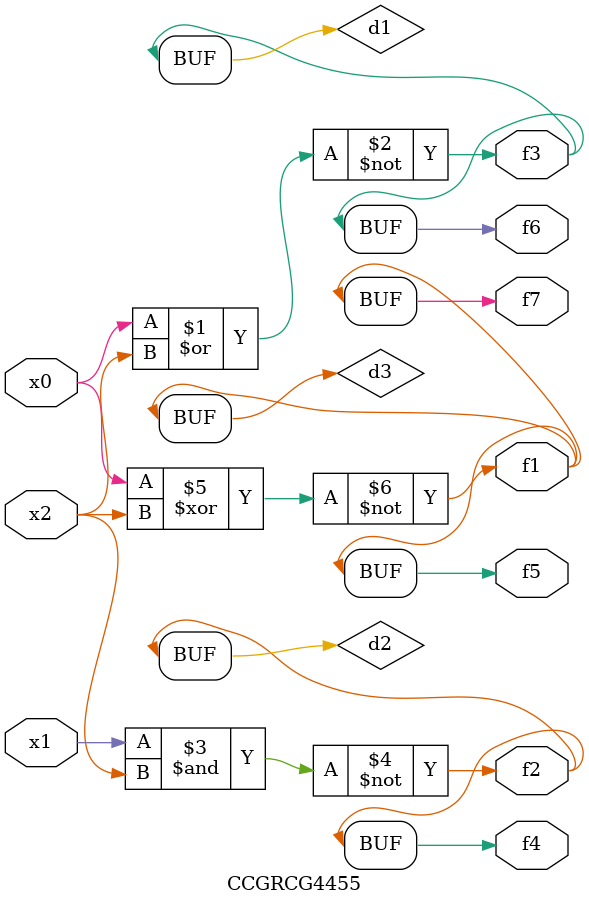
<source format=v>
module CCGRCG4455(
	input x0, x1, x2,
	output f1, f2, f3, f4, f5, f6, f7
);

	wire d1, d2, d3;

	nor (d1, x0, x2);
	nand (d2, x1, x2);
	xnor (d3, x0, x2);
	assign f1 = d3;
	assign f2 = d2;
	assign f3 = d1;
	assign f4 = d2;
	assign f5 = d3;
	assign f6 = d1;
	assign f7 = d3;
endmodule

</source>
